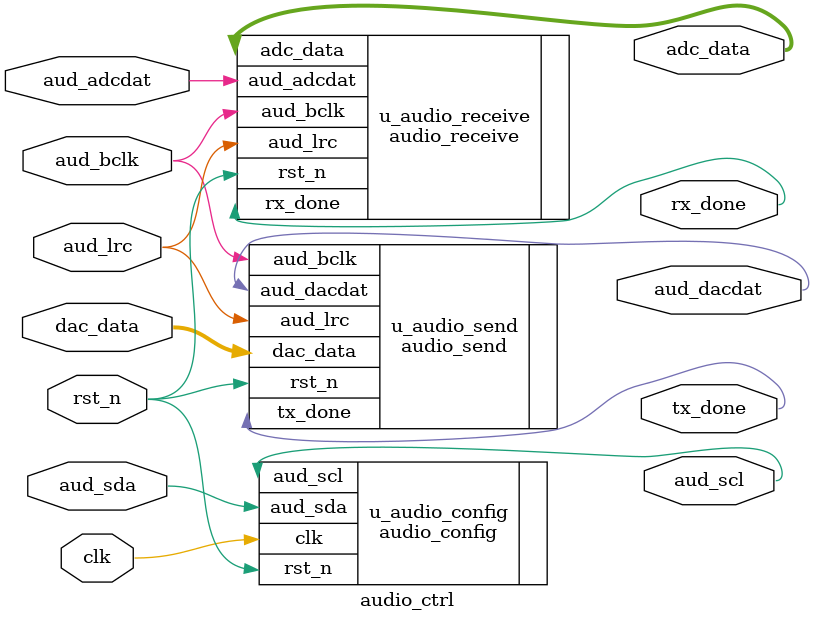
<source format=v>
module audio_ctrl (
    input         clk,
    input         rst_n,
    input         aud_bclk,
    input         aud_lrc,
    input         aud_adcdat,
    output        aud_dacdat,
    output        aud_scl,
    inout         aud_sda,
    output [31:0] adc_data,
    input  [31:0] dac_data,
    output        rx_done,
    output        tx_done
);

  parameter WL = 6'd16;

  audio_config #(
      .WL(WL)
  ) u_audio_config (
      .clk    (clk),
      .rst_n  (rst_n),
      .aud_scl(aud_scl),
      .aud_sda(aud_sda)
  );

  audio_receive #(
      .WL(WL)
  ) u_audio_receive (
      .rst_n     (rst_n),
      .aud_bclk  (aud_bclk),
      .aud_lrc   (aud_lrc),
      .aud_adcdat(aud_adcdat),
      .adc_data  (adc_data),
      .rx_done   (rx_done)
  );

  audio_send #(
      .WL(WL)
  ) u_audio_send (
      .rst_n     (rst_n),
      .aud_bclk  (aud_bclk),
      .aud_lrc   (aud_lrc),
      .aud_dacdat(aud_dacdat),
      .dac_data  (dac_data),
      .tx_done   (tx_done)
  );

endmodule

</source>
